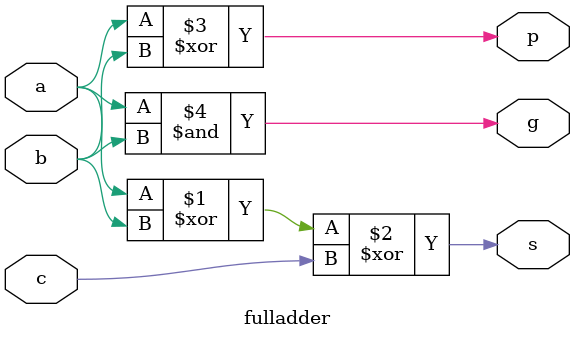
<source format=sv>
/*
EE 469 Lab 3 Project
Designing an ALU
Authors: Andrique Liu, Zhengjie Zhu, Grant Maiden

Subtractor takes in 2 2's comp numbers and computes the first number minus the second number.

It also output overflow out, carry out, zero out, and negative out.
*/
module Subtractor (A, B, sum, VF, CF/*, ZF, NF*/);
	input [15:0]A, B;
	output [15:0]sum;
	output VF, CF/*, ZF, NF*/;
	wire [15:0] minuend;
	wire [15:0] tempcarryOut;
	
	assign minuend = ~B;
	
	four_bit_carry_lookahead add1(.a(A[3:0]), .b(minuend[3:0]), .c(1'b1), .s(sum[3:0]), .cout(tempcarryOut[3:0])); //carryin is 1'b1 for 2's comp conversion
	four_bit_carry_lookahead add2(.a(A[7:4]), .b(minuend[7:4]), .c(tempcarryOut[3]), .s(sum[7:4]), .cout(tempcarryOut[7:4]));
	four_bit_carry_lookahead add3(.a(A[11:8]), .b(minuend[11:8]), .c(tempcarryOut[7]), .s(sum[11:8]), .cout(tempcarryOut[11:8]));
	four_bit_carry_lookahead add4(.a(A[15:12]), .b(minuend[15:12]), .c(tempcarryOut[11]), .s(sum[15:12]), .cout(tempcarryOut[15:12]));
	//calculate carry bits
	assign VF = tempcarryOut[15] ^ tempcarryOut[14];
	assign CF = tempcarryOut[15];
	//assign ZF = ~(1'b0 | sum[15]);
	//assign NF = sum[15];
	
endmodule

module four_bit_carry_lookahead (a, b, c, s, cout);
  input  [3:0] a;
  input  [3:0] b;
  input        c;    //Carry in
  output [3:0] s;    //Sum
  output [3:0] cout;  //Carry out

  wire [4:1] carrys;
  wire [3:0] p;
  wire [3:0] g;

  assign cout[3:0] = carrys[4:1];
  
  fulladder add0(.a(a[0]), .b(b[0]), .c(c),        .s(s[0]), .g(g[0]), .p(p[0]) );
  fulladder add1(.a(a[1]), .b(b[1]), .c(carrys[1]), .s(s[1]), .g(g[1]), .p(p[1]) );
  fulladder add2(.a(a[2]), .b(b[2]), .c(carrys[2]), .s(s[2]), .g(g[2]), .p(p[2]) );
  fulladder add3(.a(a[3]), .b(b[3]), .c(carrys[3]), .s(s[3]), .g(g[3]), .p(p[3]) );

  carry_lookahead lookahead(.cin(c),
   .p    (p    ), //input  [3:0] 
   .g    (g    ), //input  [3:0]
   .c   (carrys) //output [3:1]
	);

endmodule

module carry_lookahead(cin, p,g,c);
	input cin;
	input [3:0] p,g;
	output[4:1] c;
	
	assign c[1] = g[0] | (p[0]&cin);
	assign c[2] = g[1] | (p[1]&c[1]);
	assign c[3] = g[2] | (p[2]&c[2]);
	assign c[4] = g[3] | (p[3]&c[3]);
	
endmodule
	
module fulladder (a, b, c, s, g, p);
	input a, b, c;
	output p, g, s;
	
	assign s = a ^ b ^ c;
	assign p = a ^ b; 
	assign g = a & b;
	
endmodule

/*module Subtractor_testbench();
	reg [15:0] a, b, sum; 
	reg clk, ZF, VF, CF, NF;
	
	Subtractor sub(a, b, sum, VF, CF, ZF, NF);
	
	parameter CLOCK_PERIOD = 100;
	initial begin
		clk <= 0;
		forever #(CLOCK_PERIOD/2) clk <= ~clk;
	end
	
	initial begin
		a<=16'b0000000000000111; b<=16'b0000000000000101;		@(posedge clk);
		a<=16'b0000000000000000; b<=16'b0000000000000001;		@(posedge clk);
		a<=16'b0000000000000000; b<=16'b0000000000000010;		@(posedge clk);
		a<=16'b0100010000000000; b<=16'b0100000000000000;		@(posedge clk);
		a<=16'b0100000000000000; b<=16'b0100000000000000;		@(posedge clk);
		a<=16'b0100010000000000; b<=16'b0100000000000000;		@(posedge clk);
		a<=16'b1100010000000000; b<=16'b0111111111111111;		@(posedge clk); //overflow example
		$stop; //End the simulation
	end
endmodule*/


</source>
